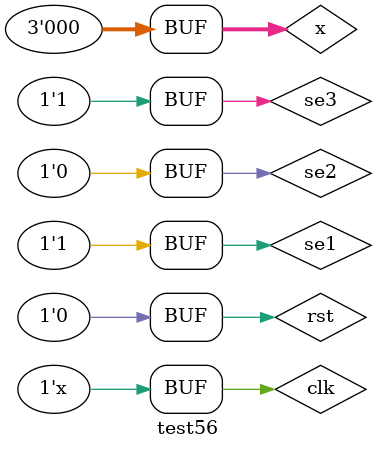
<source format=v>
`timescale 1ns / 1ps


module test56;

	// Inputs
	reg [2:0] x;
	reg se1;
	reg se2;
	reg se3;
	reg clk;
	reg rst;

	// Outputs
	wire y;
	wire [2:0] re;
	wire [4:0] ps1;
	wire [4:0] ns1;

	// Instantiate the Unit Under Test (UUT)
	ticket uut (
		.x(x), 
		.se1(se1), 
		.se2(se2), 
		.se3(se3), 
		.clk(clk), 
		.rst(rst), 
		.y(y), 
		.re(re), 
		.ps1(ps1), 
		.ns1(ns1)
	);
always#20 clk=~clk;
	initial begin
		// Initialize Inputs
		x = 0;
		se1 = 0;
		se2 = 0;
		se3 = 0;
		clk = 0;
		rst = 1;

		// Wait 100 ns for global reset to finish
		#40;
       x = 0;
		se1 = 1;
		se2 = 0;
		se3 = 0;
      rst=0;
		#40;
       x = 2;
		#40;
       x = 2;
      #40;
       x = 2;
		#40;
       x = 2;
		 rst=1;
		#40;
       x = 0;
		 se1=0;
		 se2=1;
		 rst=0;
		 #40;
       x = 5;
		#40;
       x = 5;
      #40;
       x = 2;
		 rst=1;
		#40;
       x = 0;
		 se1=0;
		 se2=0;
		 se3=1;
		 rst=0;
       
		#40;
       x = 5;
		#40;
       x = 5;
      #40;
       x = 2;
		 rst=1;
		#40;
       x = 0;
		 rst=0;
		 se1=1;

		// Add stimulus here

	end
      
endmodule


</source>
